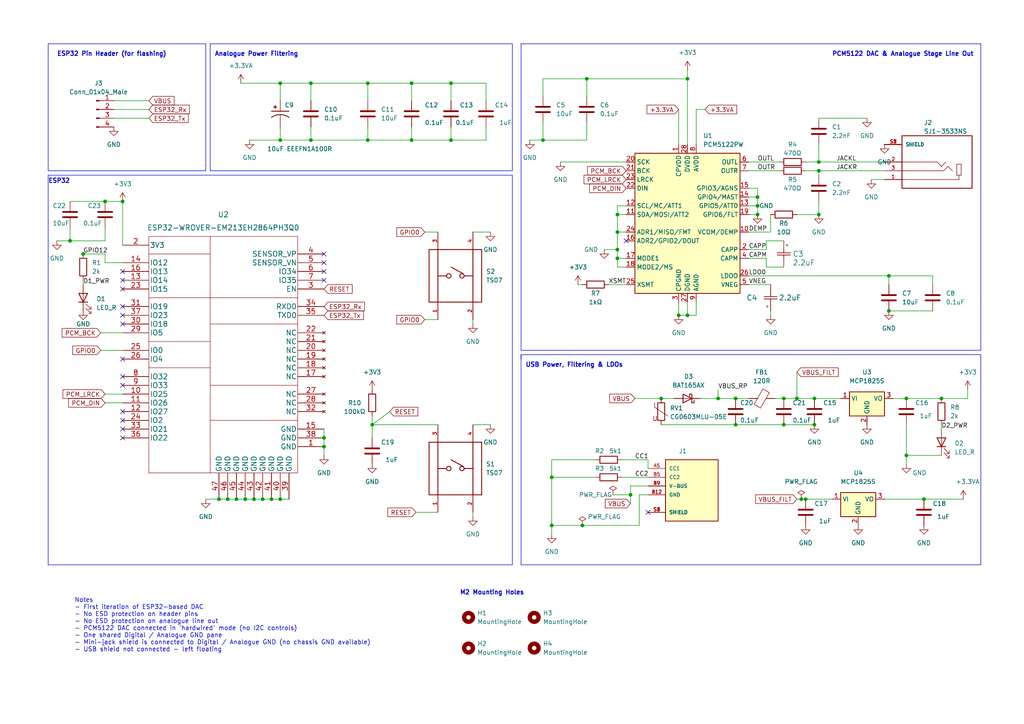
<source format=kicad_sch>
(kicad_sch (version 20211123) (generator eeschema)
  (paper "A4")
  (title_block (title "ESP32 Network DAC") (date "2022-11-20") (rev "0.1") (company "Pavlos P. Lab"))
  (lib_symbols
    (symbol "Audio:PCM5122PW"
      (property "Reference" "U" (at -13.97 21.59 0))
      (property "Value" "PCM5122PW" (at 10.16 21.59 0))
      (symbol "PCM5122PW_1_1"
        (pin power_in line (at -2.54 22.86 270) (length 2.54) (name "CPVDD") (number "1"))
        (pin bidirectional line (at 17.78 -2.54 180) (length 2.54) (name "VCOM/DEMP") (number "10"))
        (pin bidirectional line (at -17.78 2.54 0) (length 2.54) (name "SDA/MOSI/ATT2") (number "11"))
        (pin input line (at -17.78 5.08 0) (length 2.54) (name "SCL/MC/ATT1") (number "12"))
        (pin bidirectional line (at 17.78 5.08 180) (length 2.54) (name "GPIO5/ATT0") (number "13"))
        (pin bidirectional line (at 17.78 7.62 180) (length 2.54) (name "GPIO4/MAST") (number "14"))
        (pin bidirectional line (at 17.78 10.16 180) (length 2.54) (name "GPIO3/AGNS") (number "15"))
        (pin bidirectional line (at -17.78 -5.08 0) (length 2.54) (name "ADR2/GPIO2/DOUT") (number "16"))
        (pin input line (at -17.78 -10.16 0) (length 2.54) (name "MODE1") (number "17"))
        (pin input line (at -17.78 -12.7 0) (length 2.54) (name "MODE2/MS") (number "18"))
        (pin bidirectional line (at 17.78 2.54 180) (length 2.54) (name "GPIO6/FLT") (number "19"))
        (pin passive line (at 17.78 -7.62 180) (length 2.54) (name "CAPP") (number "2"))
        (pin input line (at -17.78 17.78 0) (length 2.54) (name "SCK") (number "20"))
        (pin bidirectional line (at -17.78 15.24 0) (length 2.54) (name "BCK") (number "21"))
        (pin input line (at -17.78 10.16 0) (length 2.54) (name "DIN") (number "22"))
        (pin bidirectional line (at -17.78 12.7 0) (length 2.54) (name "LRCK") (number "23"))
        (pin bidirectional line (at -17.78 -2.54 0) (length 2.54) (name "ADR1/MISO/FMT") (number "24"))
        (pin input line (at -17.78 -17.78 0) (length 2.54) (name "XSMT") (number "25"))
        (pin passive line (at 17.78 -15.24 180) (length 2.54) (name "LDOO") (number "26"))
        (pin power_in line (at 0 -22.86 90) (length 2.54) (name "DGND") (number "27"))
        (pin power_in line (at 0 22.86 270) (length 2.54) (name "DVDD") (number "28"))
        (pin power_in line (at -2.54 -22.86 90) (length 2.54) (name "CPGND") (number "3"))
        (pin passive line (at 17.78 -10.16 180) (length 2.54) (name "CAPM") (number "4"))
        (pin passive line (at 17.78 -17.78 180) (length 2.54) (name "VNEG") (number "5"))
        (pin output line (at 17.78 17.78 180) (length 2.54) (name "OUTL") (number "6"))
        (pin output line (at 17.78 15.24 180) (length 2.54) (name "OUTR") (number "7"))
        (pin power_in line (at 2.54 22.86 270) (length 2.54) (name "AVDD") (number "8"))
        (pin power_in line (at 2.54 -22.86 90) (length 2.54) (name "AGND") (number "9"))
      )
    )
    (symbol "Connector:Conn_01x04_Male" (pin_names (offset 1.016) hide)
      (property "Reference" "J" (at 0 5.08 0))
      (property "Value" "Conn_01x04_Male" (at 0 -7.62 0))
      (symbol "Conn_01x04_Male_1_1"
        (pin passive line (at 5.08 2.54 180) (length 3.81) (name "Pin_1") (number "1"))
        (pin passive line (at 5.08 0 180) (length 3.81) (name "Pin_2") (number "2"))
        (pin passive line (at 5.08 -2.54 180) (length 3.81) (name "Pin_3") (number "3"))
        (pin passive line (at 5.08 -5.08 180) (length 3.81) (name "Pin_4") (number "4"))
      )
    )
    (symbol "Device:C" (pin_numbers hide) (pin_names (offset 0.254))
      (property "Reference" "C" (at 0.635 2.54 0))
      (property "Value" "C" (at 0.635 -2.54 0))
      (symbol "C_1_1"
        (pin passive line (at 0 3.81 270) (length 2.794) (name "~") (number "1"))
        (pin passive line (at 0 -3.81 90) (length 2.794) (name "~") (number "2"))
      )
    )
    (symbol "Device:D_Schottky" (pin_numbers hide) (pin_names (offset 1.016) hide)
      (property "Reference" "D" (at 0 2.54 0))
      (property "Value" "D_Schottky" (at 0 -2.54 0))
      (symbol "D_Schottky_1_1"
        (pin passive line (at -3.81 0 0) (length 2.54) (name "K") (number "1"))
        (pin passive line (at 3.81 0 180) (length 2.54) (name "A") (number "2"))
      )
    )
    (symbol "Device:FerriteBead" (pin_numbers hide) (pin_names (offset 0))
      (property "Reference" "FB" (at -3.81 0.635 90))
      (property "Value" "FerriteBead" (at 3.81 0 90))
      (symbol "FerriteBead_1_1"
        (pin passive line (at 0 3.81 270) (length 2.54) (name "~") (number "1"))
        (pin passive line (at 0 -3.81 90) (length 2.54) (name "~") (number "2"))
      )
    )
    (symbol "Device:LED" (pin_numbers hide) (pin_names (offset 1.016) hide)
      (property "Reference" "D" (at 0 2.54 0))
      (property "Value" "LED" (at 0 -2.54 0))
      (symbol "LED_1_1"
        (pin passive line (at -3.81 0 0) (length 2.54) (name "K") (number "1"))
        (pin passive line (at 3.81 0 180) (length 2.54) (name "A") (number "2"))
      )
    )
    (symbol "Device:R" (pin_numbers hide) (pin_names (offset 0))
      (property "Reference" "R" (at 2.032 0 90))
      (property "Value" "R" (at 0 0 90))
      (symbol "R_1_1"
        (pin passive line (at 0 3.81 270) (length 1.27) (name "~") (number "1"))
        (pin passive line (at 0 -3.81 90) (length 1.27) (name "~") (number "2"))
      )
    )
    (symbol "Device:Varistor" (pin_numbers hide) (pin_names (offset 0))
      (property "Reference" "RV" (at 3.175 0 90))
      (property "Value" "Varistor" (at -3.175 0 90))
      (symbol "Varistor_0_0"
        (text "U" (at -1.778 -2.032 0) (effects (font (size 1.27 1.27))))
      )
      (symbol "Varistor_1_1"
        (pin passive line (at 0 3.81 270) (length 1.27) (name "~") (number "1"))
        (pin passive line (at 0 -3.81 90) (length 1.27) (name "~") (number "2"))
      )
    )
    (symbol "EEE-FN1A100R:EEEFN1A100R" (pin_numbers hide) (pin_names (offset 1.016) hide)
      (property "Reference" "C" (at -2.54 3.81 0))
      (property "Value" "EEEFN1A100R" (at -2.54 -5.08 0))
      (symbol "EEEFN1A100R_0_0"
        (pin passive line (at -2.54 0 0) (length 2.54) (name "~") (number "1"))
        (pin passive line (at 5.08 0 180) (length 2.54) (name "~") (number "2"))
      )
    )
    (symbol "Mechanical:MountingHole" (pin_names (offset 1.016))
      (property "Reference" "H" (at 0 5.08 0))
      (property "Value" "MountingHole" (at 0 3.175 0))
    )
    (symbol "Nichicon UUQ1H2R2MCL1GB:UUQ1H2R2MCL1GB" (pin_numbers hide) (pin_names (offset 1.651) hide)
      (property "Reference" "C3" (at 3.81 -1.7716 90))
      (property "Value" "2.2uF UUQ1H2R2MCL1GB" (at 3.81 -5.5816 90))
      (symbol "UUQ1H2R2MCL1GB_1_1"
        (pin passive line (at 0 0 0) (length 2.54) (name "1") (number "1"))
        (pin passive line (at 7.62 0 180) (length 2.54) (name "2") (number "2"))
      )
    )
    (symbol "Regulator_Linear:MCP1825S"
      (property "Reference" "U" (at -3.81 3.175 0))
      (property "Value" "MCP1825S" (at 0 3.175 0))
      (symbol "MCP1825S_1_1"
        (pin power_in line (at -7.62 0 0) (length 2.54) (name "VI") (number "1"))
        (pin power_in line (at 0 -7.62 90) (length 2.54) (name "GND") (number "2"))
        (pin power_out line (at 7.62 0 180) (length 2.54) (name "VO") (number "3"))
      )
    )
    (symbol "TS07-667-37-BK-260-SMT-TR:TS07-667-37-BK-260-SMT-TR" (pin_names (offset 1.016) hide)
      (property "Reference" "S" (at -7.62 8.382 0))
      (property "Value" "TS07-667-37-BK-260-SMT-TR" (at -7.62 -8.382 0))
      (symbol "TS07-667-37-BK-260-SMT-TR_0_0"
        (pin passive line (at -12.7 5.08 0) (length 5.08) (name "~") (number "1"))
        (pin passive line (at -12.7 -5.08 0) (length 5.08) (name "~") (number "2"))
        (pin passive line (at 12.7 5.08 180) (length 5.08) (name "~") (number "3"))
        (pin passive line (at 12.7 -5.08 180) (length 5.08) (name "~") (number "4"))
      )
    )
    (symbol "UJC-HP-3-SMT-TR:UJC-HP-3-SMT-TR" (pin_names (offset 1.016))
      (property "Reference" "J" (at -7.62 8.89 0))
      (property "Value" "UJC-HP-3-SMT-TR" (at -7.62 -11.43 0))
      (symbol "UJC-HP-3-SMT-TR_0_0"
        (pin power_in line (at -12.7 -2.54 0) (length 5.08) (name "GND") (number "A12"))
        (pin bidirectional line (at -12.7 5.08 0) (length 5.08) (name "CC1") (number "A5"))
        (pin power_in line (at -12.7 0 0) (length 5.08) (name "V-BUS") (number "A9"))
        (pin power_in line (at -12.7 -2.54 0) (length 5.08) (name "GND") (number "B12"))
        (pin bidirectional line (at -12.7 2.54 0) (length 5.08) (name "CC2") (number "B5"))
        (pin power_in line (at -12.7 0 0) (length 5.08) (name "V-BUS") (number "B9"))
        (pin passive line (at -12.7 -7.62 0) (length 5.08) (name "SHIELD") (number "S1"))
        (pin passive line (at -12.7 -7.62 0) (length 5.08) (name "SHIELD") (number "S2"))
        (pin passive line (at -12.7 -7.62 0) (length 5.08) (name "SHIELD") (number "S3"))
        (pin passive line (at -12.7 -7.62 0) (length 5.08) (name "SHIELD") (number "S4"))
      )
    )
    (symbol "UUQ1H2R2MCL1GB_1" (pin_numbers hide) (pin_names (offset 1.651) hide)
      (property "Reference" "C4" (at 3.81 -1.7716 90))
      (property "Value" "UUQ1H2R2MCL1GB_1" (at 1.27 -6.35 90))
      (symbol "UUQ1H2R2MCL1GB_1_1_1"
        (pin passive line (at 0 0 0) (length 2.54) (name "1") (number "1"))
        (pin passive line (at 7.62 0 180) (length 2.54) (name "2") (number "2"))
      )
    )
    (symbol "esp32-wrover-e:ESP32-WROVER-EM213EH2864PH3Q0" (pin_names (offset 0.254))
      (property "Reference" "U" (at 25.4 7.62 0))
      (property "Value" "ESP32-WROVER-EM213EH2864PH3Q0" (at 25.4 5.08 0))
      (symbol "ESP32-WROVER-EM213EH2864PH3Q0_1_1"
        (pin power_in line (at 58.42 -58.42 180) (length 7.62) (name "GND") (number "1"))
        (pin bidirectional line (at 0 -43.18 0) (length 7.62) (name "IO25") (number "10"))
        (pin bidirectional line (at 0 -45.72 0) (length 7.62) (name "IO26") (number "11"))
        (pin bidirectional line (at 0 -48.26 0) (length 7.62) (name "IO27") (number "12"))
        (pin bidirectional line (at 0 -10.16 0) (length 7.62) (name "IO14") (number "13"))
        (pin bidirectional line (at 0 -5.08 0) (length 7.62) (name "IO12") (number "14"))
        (pin power_in line (at 58.42 -53.34 180) (length 7.62) (name "GND") (number "15"))
        (pin bidirectional line (at 0 -7.62 0) (length 7.62) (name "IO13") (number "16"))
        (pin no_connect line (at 58.42 -38.1 180) (length 7.62) (name "NC") (number "17"))
        (pin no_connect line (at 58.42 -35.56 180) (length 7.62) (name "NC") (number "18"))
        (pin no_connect line (at 58.42 -33.02 180) (length 7.62) (name "NC") (number "19"))
        (pin power_in line (at 0 0 0) (length 7.62) (name "3V3") (number "2"))
        (pin no_connect line (at 58.42 -30.48 180) (length 7.62) (name "NC") (number "20"))
        (pin no_connect line (at 58.42 -27.94 180) (length 7.62) (name "NC") (number "21"))
        (pin no_connect line (at 58.42 -25.4 180) (length 7.62) (name "NC") (number "22"))
        (pin unspecified line (at 0 -12.7 0) (length 7.62) (name "IO15") (number "23"))
        (pin bidirectional line (at 0 -50.8 0) (length 7.62) (name "IO2") (number "24"))
        (pin bidirectional line (at 0 -30.48 0) (length 7.62) (name "IO0") (number "25"))
        (pin bidirectional line (at 0 -33.02 0) (length 7.62) (name "IO4") (number "26"))
        (pin no_connect line (at 58.42 -43.18 180) (length 7.62) (name "NC") (number "27"))
        (pin no_connect line (at 58.42 -45.72 180) (length 7.62) (name "NC") (number "28"))
        (pin bidirectional line (at 0 -25.4 0) (length 7.62) (name "IO5") (number "29"))
        (pin input line (at 58.42 -12.7 180) (length 7.62) (name "EN") (number "3"))
        (pin bidirectional line (at 0 -22.86 0) (length 7.62) (name "IO18") (number "30"))
        (pin bidirectional line (at 0 -17.78 0) (length 7.62) (name "IO19") (number "31"))
        (pin no_connect line (at 58.42 -48.26 180) (length 7.62) (name "NC") (number "32"))
        (pin bidirectional line (at 0 -53.34 0) (length 7.62) (name "IO21") (number "33"))
        (pin bidirectional line (at 58.42 -17.78 180) (length 7.62) (name "RXD0") (number "34"))
        (pin bidirectional line (at 58.42 -20.32 180) (length 7.62) (name "TXD0") (number "35"))
        (pin bidirectional line (at 0 -55.88 0) (length 7.62) (name "IO22") (number "36"))
        (pin bidirectional line (at 0 -20.32 0) (length 7.62) (name "IO23") (number "37"))
        (pin power_in line (at 58.42 -55.88 180) (length 7.62) (name "GND") (number "38"))
        (pin power_in line (at 48.26 -73.66 90) (length 7.62) (name "GND") (number "39"))
        (pin input line (at 58.42 -2.54 180) (length 7.62) (name "SENSOR_VP") (number "4"))
        (pin power_in line (at 45.72 -73.66 90) (length 7.62) (name "GND") (number "40"))
        (pin power_in line (at 43.18 -73.66 90) (length 7.62) (name "GND") (number "41"))
        (pin power_in line (at 40.64 -73.66 90) (length 7.62) (name "GND") (number "42"))
        (pin power_in line (at 38.1 -73.66 90) (length 7.62) (name "GND") (number "43"))
        (pin power_in line (at 35.56 -73.66 90) (length 7.62) (name "GND") (number "44"))
        (pin power_in line (at 33.02 -73.66 90) (length 7.62) (name "GND") (number "45"))
        (pin power_in line (at 30.48 -73.66 90) (length 7.62) (name "GND") (number "46"))
        (pin power_in line (at 27.94 -73.66 90) (length 7.62) (name "GND") (number "47"))
        (pin input line (at 58.42 -5.08 180) (length 7.62) (name "SENSOR_VN") (number "5"))
        (pin input line (at 58.42 -7.62 180) (length 7.62) (name "IO34") (number "6"))
        (pin input line (at 58.42 -10.16 180) (length 7.62) (name "IO35") (number "7"))
        (pin bidirectional line (at 0 -38.1 0) (length 7.62) (name "IO32") (number "8"))
        (pin bidirectional line (at 0 -40.64 0) (length 7.62) (name "IO33") (number "9"))
      )
    )
    (symbol "power:+3.3VA" (power) (pin_names (offset 0))
      (property "Value" "+3.3VA" (at 0 3.556 0))
      (symbol "+3.3VA_1_1"
        (pin power_in line (at 0 0 90) (length 0) hide (name "+3.3VA") (number "1"))
      )
    )
    (symbol "power:+3V3" (power) (pin_names (offset 0))
      (property "Value" "+3V3" (at 0 3.556 0))
      (symbol "+3V3_1_1"
        (pin power_in line (at 0 0 90) (length 0) hide (name "+3V3") (number "1"))
      )
    )
    (symbol "power:GND" (power) (pin_names (offset 0))
      (property "Value" "GND" (at 0 -3.81 0))
      (symbol "GND_1_1"
        (pin power_in line (at 0 0 270) (length 0) hide (name "GND") (number "1"))
      )
    )
    (symbol "power:PWR_FLAG" (power) (pin_numbers hide) (pin_names (offset 0) hide)
      (property "Value" "PWR_FLAG" (at 0 3.81 0))
      (symbol "PWR_FLAG_0_0"
        (pin power_out line (at 0 0 90) (length 0) (name "pwr") (number "1"))
      )
    )
    (symbol "project:SJ1-3533NS" (pin_names (offset 1.016))
      (property "Reference" "J" (at -10.16 10.16 0))
      (property "Value" "SJ1-3533NS" (at -10.16 -12.7 0))
      (symbol "SJ1-3533NS_0_0"
        (pin passive line (at 15.24 5.08 180) (length 5.08) (name "~") (number "1"))
        (pin passive line (at 15.24 0 180) (length 5.08) (name "~") (number "2"))
        (pin passive line (at 15.24 2.54 180) (length 5.08) (name "~") (number "3"))
        (pin passive line (at 15.24 -5.08 180) (length 5.08) (name "SHIELD") (number "S1"))
        (pin passive line (at 15.24 -5.08 180) (length 5.08) (name "SHIELD") (number "S2"))
        (pin passive line (at 15.24 -5.08 180) (length 5.08) (name "SHIELD") (number "S3"))
      )
    )
  )
  (junction (at 106.68 24.13))
  (junction (at 73.66 144.78))
  (junction (at 78.74 144.78))
  (junction (at 191.77 115.57))
  (junction (at 81.28 144.78))
  (junction (at 119.38 40.64))
  (junction (at 219.71 59.69))
  (junction (at 90.17 40.64))
  (junction (at 66.04 144.78))
  (junction (at 93.98 129.54))
  (junction (at 219.71 57.15))
  (junction (at 179.07 72.39))
  (junction (at 160.02 138.43))
  (junction (at 237.49 46.99))
  (junction (at 273.05 115.57))
  (junction (at 130.81 40.64))
  (junction (at 63.5 144.78))
  (junction (at 93.98 127))
  (junction (at 213.36 115.57))
  (junction (at 35.56 58.42))
  (junction (at 199.39 22.86))
  (junction (at 199.39 91.44))
  (junction (at 182.88 143.51))
  (junction (at 237.49 49.53))
  (junction (at 231.14 115.57))
  (junction (at 233.68 144.78))
  (junction (at 90.17 24.13))
  (junction (at 157.48 40.64))
  (junction (at 257.81 90.17))
  (junction (at 219.71 62.23))
  (junction (at 107.95 123.19))
  (junction (at 232.41 144.78))
  (junction (at 262.89 115.57))
  (junction (at 24.13 73.66))
  (junction (at 179.07 74.93))
  (junction (at 68.58 144.78))
  (junction (at 227.33 123.19))
  (junction (at 179.07 67.31))
  (junction (at 208.28 115.57))
  (junction (at 106.68 40.64))
  (junction (at 119.38 24.13))
  (junction (at 213.36 123.19))
  (junction (at 236.22 123.19))
  (junction (at 179.07 62.23))
  (junction (at 237.49 62.23))
  (junction (at 30.48 58.42))
  (junction (at 267.97 144.78))
  (junction (at 81.28 40.64))
  (junction (at 257.81 80.01))
  (junction (at 160.02 152.4))
  (junction (at 168.91 152.4))
  (junction (at 170.18 22.86))
  (junction (at 76.2 144.78))
  (junction (at 196.85 91.44))
  (junction (at 71.12 144.78))
  (junction (at 81.28 24.13))
  (junction (at 262.89 132.08))
  (junction (at 20.32 69.85))
  (junction (at 130.81 24.13))
  (junction (at 236.22 115.57))
  (junction (at 227.33 115.57))
  (no_connect (at 35.56 121.92))
  (no_connect (at 35.56 124.46))
  (no_connect (at 35.56 127))
  (no_connect (at 93.98 73.66))
  (no_connect (at 93.98 81.28))
  (no_connect (at 93.98 78.74))
  (no_connect (at 93.98 76.2))
  (no_connect (at 35.56 88.9))
  (no_connect (at 35.56 91.44))
  (no_connect (at 35.56 78.74))
  (no_connect (at 35.56 81.28))
  (no_connect (at 35.56 83.82))
  (no_connect (at 35.56 93.98))
  (no_connect (at 35.56 104.14))
  (no_connect (at 35.56 109.22))
  (no_connect (at 35.56 111.76))
  (no_connect (at 35.56 119.38))
  (no_connect (at 181.61 69.85))
  (no_connect (at 187.96 148.59))
  (polyline (pts (xy 60.96 12.7) (xy 60.96 49.53)) (stroke (width 0) (type solid)))
  (wire (pts (xy 81.28 24.13) (xy 81.28 29.21)))
  (wire (pts (xy 73.66 144.78) (xy 76.2 144.78)))
  (wire (pts (xy 191.77 123.19) (xy 213.36 123.19)))
  (wire (pts (xy 170.18 40.64) (xy 170.18 35.56)))
  (wire (pts (xy 191.77 115.57) (xy 195.58 115.57)))
  (wire (pts (xy 29.21 96.52) (xy 35.56 96.52)))
  (wire (pts (xy 20.32 69.85) (xy 16.51 69.85)))
  (wire (pts (xy 262.89 132.08) (xy 262.89 134.62)))
  (wire (pts (xy 231.14 144.78) (xy 232.41 144.78)))
  (wire (pts (xy 237.49 58.42) (xy 237.49 62.23)))
  (wire (pts (xy 160.02 152.4) (xy 160.02 154.94)))
  (wire (pts (xy 217.17 72.39) (xy 222.25 72.39)))
  (wire (pts (xy 30.48 114.3) (xy 35.56 114.3)))
  (wire (pts (xy 182.88 140.97) (xy 187.96 140.97)))
  (wire (pts (xy 106.68 40.64) (xy 106.68 36.83)))
  (polyline (pts (xy 13.97 163.83) (xy 148.59 163.83)) (stroke (width 0) (type solid)))
  (wire (pts (xy 179.07 72.39) (xy 179.07 74.93)))
  (wire (pts (xy 219.71 54.61) (xy 219.71 57.15)))
  (wire (pts (xy 257.81 90.17) (xy 270.51 90.17)))
  (wire (pts (xy 93.98 129.54) (xy 93.98 132.08)))
  (wire (pts (xy 259.08 115.57) (xy 262.89 115.57)))
  (wire (pts (xy 224.79 115.57) (xy 227.33 115.57)))
  (wire (pts (xy 30.48 58.42) (xy 35.56 58.42)))
  (wire (pts (xy 172.72 133.35) (xy 160.02 133.35)))
  (wire (pts (xy 201.93 87.63) (xy 201.93 91.44)))
  (wire (pts (xy 233.68 144.78) (xy 241.3 144.78)))
  (wire (pts (xy 93.98 124.46) (xy 93.98 127)))
  (wire (pts (xy 33.02 34.29) (xy 43.18 34.29)))
  (wire (pts (xy 267.97 144.78) (xy 279.4 144.78)))
  (wire (pts (xy 217.17 67.31) (xy 223.52 67.31)))
  (polyline (pts (xy 148.59 50.8) (xy 13.97 50.8)) (stroke (width 0) (type solid)))
  (wire (pts (xy 237.49 34.29) (xy 251.46 34.29)))
  (wire (pts (xy 167.64 82.55) (xy 168.91 82.55)))
  (wire (pts (xy 201.93 41.91) (xy 201.93 31.75)))
  (wire (pts (xy 90.17 24.13) (xy 90.17 29.21)))
  (wire (pts (xy 107.95 120.65) (xy 107.95 123.19)))
  (wire (pts (xy 179.07 67.31) (xy 181.61 67.31)))
  (wire (pts (xy 252.73 52.07) (xy 256.54 52.07)))
  (wire (pts (xy 217.17 82.55) (xy 223.52 82.55)))
  (wire (pts (xy 217.17 62.23) (xy 219.71 62.23)))
  (wire (pts (xy 137.16 92.71) (xy 137.16 93.98)))
  (wire (pts (xy 106.68 40.64) (xy 119.38 40.64)))
  (wire (pts (xy 187.96 135.89) (xy 187.96 133.35)))
  (wire (pts (xy 140.97 40.64) (xy 140.97 36.83)))
  (polyline (pts (xy 284.48 102.87) (xy 151.13 102.87)) (stroke (width 0) (type solid)))
  (wire (pts (xy 237.49 46.99) (xy 237.49 41.91)))
  (wire (pts (xy 236.22 115.57) (xy 243.84 115.57)))
  (polyline (pts (xy 284.48 12.7) (xy 284.48 101.6)) (stroke (width 0) (type solid)))
  (wire (pts (xy 232.41 144.78) (xy 233.68 144.78)))
  (wire (pts (xy 179.07 77.47) (xy 181.61 77.47)))
  (wire (pts (xy 93.98 127) (xy 93.98 129.54)))
  (wire (pts (xy 223.52 91.44) (xy 223.52 90.17)))
  (wire (pts (xy 222.25 74.93) (xy 222.25 77.47)))
  (wire (pts (xy 20.32 69.85) (xy 30.48 69.85)))
  (wire (pts (xy 199.39 87.63) (xy 199.39 91.44)))
  (polyline (pts (xy 284.48 163.83) (xy 284.48 102.87)) (stroke (width 0) (type solid)))
  (wire (pts (xy 107.95 123.19) (xy 113.03 119.38)))
  (wire (pts (xy 168.91 152.4) (xy 160.02 152.4)))
  (wire (pts (xy 179.07 67.31) (xy 179.07 62.23)))
  (wire (pts (xy 196.85 91.44) (xy 199.39 91.44)))
  (wire (pts (xy 217.17 57.15) (xy 219.71 57.15)))
  (wire (pts (xy 90.17 24.13) (xy 81.28 24.13)))
  (polyline (pts (xy 151.13 102.87) (xy 151.13 104.14)))
  (wire (pts (xy 30.48 116.84) (xy 35.56 116.84)))
  (polyline (pts (xy 148.59 163.83) (xy 148.59 50.8)) (stroke (width 0) (type solid)))
  (polyline (pts (xy 317.5 100.33) (xy 317.5 101.6)))
  (wire (pts (xy 30.48 76.2) (xy 30.48 73.66)))
  (wire (pts (xy 219.71 57.15) (xy 219.71 59.69)))
  (wire (pts (xy 63.5 144.78) (xy 66.04 144.78)))
  (wire (pts (xy 257.81 80.01) (xy 257.81 82.55)))
  (wire (pts (xy 179.07 62.23) (xy 181.61 62.23)))
  (wire (pts (xy 256.54 144.78) (xy 267.97 144.78)))
  (wire (pts (xy 170.18 22.86) (xy 170.18 27.94)))
  (wire (pts (xy 78.74 144.78) (xy 81.28 144.78)))
  (polyline (pts (xy 60.96 49.53) (xy 148.59 49.53)) (stroke (width 0) (type solid)))
  (wire (pts (xy 81.28 40.64) (xy 90.17 40.64)))
  (polyline (pts (xy 151.13 163.83) (xy 284.48 163.83)) (stroke (width 0) (type solid)))
  (wire (pts (xy 231.14 62.23) (xy 237.49 62.23)))
  (wire (pts (xy 137.16 67.31) (xy 142.24 67.31)))
  (wire (pts (xy 69.85 24.13) (xy 81.28 24.13)))
  (wire (pts (xy 137.16 148.59) (xy 137.16 149.86)))
  (wire (pts (xy 72.39 40.64) (xy 81.28 40.64)))
  (wire (pts (xy 20.32 66.04) (xy 20.32 69.85)))
  (wire (pts (xy 270.51 80.01) (xy 257.81 80.01)))
  (polyline (pts (xy 59.69 12.7) (xy 59.69 49.53)) (stroke (width 0) (type solid)))
  (wire (pts (xy 222.25 77.47) (xy 227.33 77.47)))
  (wire (pts (xy 107.95 123.19) (xy 107.95 127)))
  (wire (pts (xy 81.28 40.64) (xy 81.28 36.83)))
  (polyline (pts (xy 284.48 101.6) (xy 151.13 101.6)) (stroke (width 0) (type solid)))
  (wire (pts (xy 180.34 138.43) (xy 187.96 138.43)))
  (polyline (pts (xy 148.59 49.53) (xy 148.59 12.7)) (stroke (width 0) (type solid)))
  (wire (pts (xy 29.21 101.6) (xy 35.56 101.6)))
  (wire (pts (xy 35.56 58.42) (xy 35.56 71.12)))
  (wire (pts (xy 222.25 72.39) (xy 222.25 69.85)))
  (polyline (pts (xy 13.97 50.8) (xy 13.97 163.83)) (stroke (width 0) (type solid)))
  (wire (pts (xy 199.39 41.91) (xy 199.39 22.86)))
  (wire (pts (xy 237.49 46.99) (xy 256.54 46.99)))
  (wire (pts (xy 130.81 24.13) (xy 130.81 29.21)))
  (wire (pts (xy 187.96 133.35) (xy 180.34 133.35)))
  (wire (pts (xy 196.85 87.63) (xy 196.85 91.44)))
  (wire (pts (xy 262.89 115.57) (xy 273.05 115.57)))
  (wire (pts (xy 185.42 152.4) (xy 168.91 152.4)))
  (wire (pts (xy 182.88 140.97) (xy 182.88 143.51)))
  (wire (pts (xy 217.17 46.99) (xy 226.06 46.99)))
  (polyline (pts (xy 148.59 12.7) (xy 60.96 12.7)) (stroke (width 0) (type solid)))
  (wire (pts (xy 181.61 59.69) (xy 179.07 59.69)))
  (wire (pts (xy 182.88 143.51) (xy 182.88 146.05)))
  (wire (pts (xy 217.17 59.69) (xy 219.71 59.69)))
  (wire (pts (xy 262.89 123.19) (xy 262.89 132.08)))
  (wire (pts (xy 179.07 67.31) (xy 179.07 72.39)))
  (wire (pts (xy 81.28 144.78) (xy 83.82 144.78)))
  (wire (pts (xy 199.39 20.32) (xy 199.39 22.86)))
  (wire (pts (xy 231.14 107.95) (xy 231.14 115.57)))
  (wire (pts (xy 179.07 74.93) (xy 181.61 74.93)))
  (wire (pts (xy 30.48 66.04) (xy 30.48 69.85)))
  (wire (pts (xy 233.68 46.99) (xy 237.49 46.99)))
  (wire (pts (xy 30.48 73.66) (xy 24.13 73.66)))
  (wire (pts (xy 130.81 40.64) (xy 130.81 36.83)))
  (wire (pts (xy 201.93 31.75) (xy 204.47 31.75)))
  (wire (pts (xy 71.12 144.78) (xy 73.66 144.78)))
  (wire (pts (xy 59.69 144.78) (xy 63.5 144.78)))
  (wire (pts (xy 213.36 115.57) (xy 217.17 115.57)))
  (wire (pts (xy 157.48 22.86) (xy 157.48 27.94)))
  (wire (pts (xy 184.15 115.57) (xy 191.77 115.57)))
  (wire (pts (xy 175.26 72.39) (xy 179.07 72.39)))
  (wire (pts (xy 217.17 54.61) (xy 219.71 54.61)))
  (wire (pts (xy 222.25 69.85) (xy 227.33 69.85)))
  (wire (pts (xy 130.81 24.13) (xy 119.38 24.13)))
  (wire (pts (xy 157.48 40.64) (xy 170.18 40.64)))
  (wire (pts (xy 217.17 80.01) (xy 257.81 80.01)))
  (wire (pts (xy 119.38 24.13) (xy 106.68 24.13)))
  (wire (pts (xy 179.07 74.93) (xy 179.07 77.47)))
  (wire (pts (xy 66.04 144.78) (xy 68.58 144.78)))
  (wire (pts (xy 160.02 133.35) (xy 160.02 138.43)))
  (wire (pts (xy 123.19 67.31) (xy 127 67.31)))
  (wire (pts (xy 162.56 46.99) (xy 181.61 46.99)))
  (wire (pts (xy 217.17 74.93) (xy 222.25 74.93)))
  (wire (pts (xy 68.58 144.78) (xy 71.12 144.78)))
  (wire (pts (xy 270.51 82.55) (xy 270.51 80.01)))
  (wire (pts (xy 219.71 59.69) (xy 219.71 62.23)))
  (wire (pts (xy 187.96 143.51) (xy 185.42 143.51)))
  (wire (pts (xy 208.28 113.03) (xy 208.28 115.57)))
  (polyline (pts (xy 151.13 12.7) (xy 284.48 12.7)) (stroke (width 0) (type solid)))
  (wire (pts (xy 170.18 22.86) (xy 199.39 22.86)))
  (wire (pts (xy 223.52 67.31) (xy 223.52 62.23)))
  (wire (pts (xy 170.18 22.86) (xy 157.48 22.86)))
  (wire (pts (xy 33.02 31.75) (xy 43.18 31.75)))
  (wire (pts (xy 262.89 132.08) (xy 273.05 132.08)))
  (polyline (pts (xy 151.13 101.6) (xy 151.13 12.7)) (stroke (width 0) (type solid)))
  (wire (pts (xy 106.68 29.21) (xy 106.68 24.13)))
  (polyline (pts (xy 13.97 49.53) (xy 13.97 12.7)) (stroke (width 0) (type solid)))
  (wire (pts (xy 119.38 29.21) (xy 119.38 24.13)))
  (wire (pts (xy 185.42 143.51) (xy 185.42 152.4)))
  (wire (pts (xy 217.17 49.53) (xy 226.06 49.53)))
  (wire (pts (xy 107.95 123.19) (xy 127 123.19)))
  (wire (pts (xy 90.17 40.64) (xy 106.68 40.64)))
  (wire (pts (xy 237.49 49.53) (xy 256.54 49.53)))
  (wire (pts (xy 130.81 40.64) (xy 140.97 40.64)))
  (wire (pts (xy 20.32 58.42) (xy 30.48 58.42)))
  (wire (pts (xy 137.16 123.19) (xy 142.24 123.19)))
  (wire (pts (xy 119.38 40.64) (xy 130.81 40.64)))
  (wire (pts (xy 213.36 123.19) (xy 227.33 123.19)))
  (polyline (pts (xy 59.69 49.53) (xy 13.97 49.53)) (stroke (width 0) (type solid)))
  (wire (pts (xy 237.49 49.53) (xy 237.49 50.8)))
  (wire (pts (xy 90.17 24.13) (xy 106.68 24.13)))
  (wire (pts (xy 273.05 115.57) (xy 280.67 115.57)))
  (wire (pts (xy 24.13 74.93) (xy 24.13 73.66)))
  (wire (pts (xy 160.02 138.43) (xy 160.02 152.4)))
  (wire (pts (xy 208.28 115.57) (xy 213.36 115.57)))
  (wire (pts (xy 273.05 124.46) (xy 273.05 123.19)))
  (wire (pts (xy 153.67 40.64) (xy 157.48 40.64)))
  (wire (pts (xy 76.2 144.78) (xy 78.74 144.78)))
  (wire (pts (xy 90.17 40.64) (xy 90.17 36.83)))
  (polyline (pts (xy 151.13 102.87) (xy 151.13 163.83)) (stroke (width 0) (type solid)))
  (wire (pts (xy 177.8 143.51) (xy 182.88 143.51)))
  (wire (pts (xy 172.72 138.43) (xy 160.02 138.43)))
  (wire (pts (xy 233.68 49.53) (xy 237.49 49.53)))
  (wire (pts (xy 35.56 76.2) (xy 30.48 76.2)))
  (wire (pts (xy 196.85 41.91) (xy 196.85 31.75)))
  (wire (pts (xy 203.2 115.57) (xy 208.28 115.57)))
  (wire (pts (xy 157.48 40.64) (xy 157.48 35.56)))
  (wire (pts (xy 33.02 29.21) (xy 43.18 29.21)))
  (wire (pts (xy 123.19 92.71) (xy 127 92.71)))
  (wire (pts (xy 231.14 115.57) (xy 236.22 115.57)))
  (wire (pts (xy 227.33 115.57) (xy 231.14 115.57)))
  (wire (pts (xy 179.07 59.69) (xy 179.07 62.23)))
  (wire (pts (xy 280.67 113.03) (xy 280.67 115.57)))
  (wire (pts (xy 120.65 148.59) (xy 127 148.59)))
  (wire (pts (xy 119.38 40.64) (xy 119.38 36.83)))
  (wire (pts (xy 24.13 82.55) (xy 24.13 81.28)))
  (wire (pts (xy 130.81 24.13) (xy 140.97 24.13)))
  (wire (pts (xy 227.33 123.19) (xy 236.22 123.19)))
  (polyline (pts (xy 13.97 12.7) (xy 59.69 12.7)) (stroke (width 0) (type solid)))
  (wire (pts (xy 140.97 29.21) (xy 140.97 24.13)))
  (wire (pts (xy 176.53 82.55) (xy 181.61 82.55)))
  (wire (pts (xy 199.39 91.44) (xy 201.93 91.44)))
  (text "ESP32 Pin Header (for flashing)" (at 16.51 16.51 0) (effects (font (size 1.27 1.27) (thickness 0.254) bold) (justify left bottom)))
  (text "M2 Mounting Holes" (at 133.35 172.72 0) (effects (font (size 1.27 1.27) (thickness 0.254) bold) (justify left bottom)))
  (text "Notes\n- First iteration of ESP32-based DAC\n- No ESD protection on header pins\n- No ESD protection on analogue line out\n- PCM5122 DAC connected in 'hardwired' mode (no I2C controls)\n- One shared Digital / Analogue GND pane\n- Mini-jack shield is connected to Digital / Analogue GND (no chassis GND available)\n- USB shield not connected - left floating" (at 21.59 189.23 0) (effects (font (size 1.27 1.27)) (justify left bottom)))
  (text "USB Power, Filtering & LDOs" (at 152.4 106.68 0) (effects (font (size 1.27 1.27) (thickness 0.254) bold) (justify left bottom)))
  (text "Analogue Power Filtering" (at 62.23 16.51 0) (effects (font (size 1.27 1.27) (thickness 0.254) bold) (justify left bottom)))
  (text "PCM5122 DAC & Analogue Stage Line Out" (at 241.3 16.51 0) (effects (font (size 1.27 1.27) (thickness 0.254) bold) (justify left bottom)))
  (text "ESP32" (at 13.97 53.34 0) (effects (font (size 1.27 1.27) (thickness 0.254) bold) (justify left bottom)))
  (label "CAPP" (at 217.17 72.39 0))
  (label "GPIO12" (at 24.13 73.66 0))
  (label "CC2" (at 184.15 138.43 0))
  (label "CC1" (at 184.15 133.35 0))
  (label "VBUS_RP" (at 208.28 113.03 0))
  (label "OUTL" (at 219.71 46.99 0))
  (label "JACKL" (at 242.57 46.99 0))
  (label "D2_PWR" (at 273.05 124.46 0))
  (label "DEMP" (at 217.17 67.31 0))
  (label "JACKR" (at 242.57 49.53 0))
  (label "OUTR" (at 219.71 49.53 0))
  (label "VNEG" (at 217.17 82.55 0))
  (label "D1_PWR" (at 24.13 82.55 0))
  (label "CAPM" (at 217.17 74.93 0))
  (label "XSMT" (at 176.53 82.55 0))
  (label "LDO0" (at 217.17 80.01 0))
  (global_label "PCM_LRCK" (shape input) (at 30.48 114.3 180) (property "Intersheet References" "${INTERSHEET_REFS}" (effects hide)))
  (global_label "VBUS" (shape input) (at 43.18 29.21 0) (property "Intersheet References" "${INTERSHEET_REFS}" (effects hide)))
  (global_label "PCM_BCK" (shape input) (at 29.21 96.52 180) (property "Intersheet References" "${INTERSHEET_REFS}" (effects hide)))
  (global_label "VBUS" (shape input) (at 184.15 115.57 180) (property "Intersheet References" "${INTERSHEET_REFS}" (effects hide)))
  (global_label "GPIO0" (shape input) (at 123.19 67.31 180) (property "Intersheet References" "${INTERSHEET_REFS}" (effects hide)))
  (global_label "ESP32_Tx" (shape input) (at 93.98 91.44 0) (property "Intersheet References" "${INTERSHEET_REFS}" (effects hide)))
  (global_label "GPIO0" (shape input) (at 29.21 101.6 180) (property "Intersheet References" "${INTERSHEET_REFS}" (effects hide)))
  (global_label "RESET" (shape input) (at 93.98 83.82 0) (property "Intersheet References" "${INTERSHEET_REFS}" (effects hide)))
  (global_label "VBUS_FILT" (shape input) (at 231.14 144.78 180) (property "Intersheet References" "${INTERSHEET_REFS}" (effects hide)))
  (global_label "+3.3VA" (shape input) (at 196.85 31.75 180) (property "Intersheet References" "${INTERSHEET_REFS}" (effects hide)))
  (global_label "VBUS" (shape input) (at 182.88 146.05 180) (property "Intersheet References" "${INTERSHEET_REFS}" (effects hide)))
  (global_label "RESET" (shape input) (at 120.65 148.59 180) (property "Intersheet References" "${INTERSHEET_REFS}" (effects hide)))
  (global_label "PCM_DIN" (shape input) (at 181.61 54.61 180) (property "Intersheet References" "${INTERSHEET_REFS}" (effects hide)))
  (global_label "RESET" (shape input) (at 113.03 119.38 0) (property "Intersheet References" "${INTERSHEET_REFS}" (effects hide)))
  (global_label "ESP32_Tx" (shape input) (at 43.18 34.29 0) (property "Intersheet References" "${INTERSHEET_REFS}" (effects hide)))
  (global_label "ESP32_Rx" (shape input) (at 43.18 31.75 0) (property "Intersheet References" "${INTERSHEET_REFS}" (effects hide)))
  (global_label "+3.3VA" (shape input) (at 204.47 31.75 0) (property "Intersheet References" "${INTERSHEET_REFS}" (effects hide)))
  (global_label "VBUS_FILT" (shape input) (at 231.14 107.95 0) (property "Intersheet References" "${INTERSHEET_REFS}" (effects hide)))
  (global_label "ESP32_Rx" (shape input) (at 93.98 88.9 0) (property "Intersheet References" "${INTERSHEET_REFS}" (effects hide)))
  (global_label "PCM_LRCK" (shape input) (at 181.61 52.07 180) (property "Intersheet References" "${INTERSHEET_REFS}" (effects hide)))
  (global_label "PCM_BCK" (shape input) (at 181.61 49.53 180) (property "Intersheet References" "${INTERSHEET_REFS}" (effects hide)))
  (global_label "GPIO0" (shape input) (at 123.19 92.71 180) (property "Intersheet References" "${INTERSHEET_REFS}" (effects hide)))
  (global_label "PCM_DIN" (shape input) (at 30.48 116.84 180) (property "Intersheet References" "${INTERSHEET_REFS}" (effects hide)))
  (symbol (lib_id "power:GND") (at 236.22 123.19 0) (unit 1)
    (property "Reference" "#PWR0106" (effects hide))
    (property "Value" "GND" (at 236.22 128.27 0))
  )
  (symbol (lib_id "power:GND") (at 251.46 34.29 0) (unit 1)
    (property "Reference" "#PWR0122" (effects hide))
    (property "Value" "GND" (at 251.46 39.37 0))
  )
  (symbol (lib_id "power:GND") (at 267.97 152.4 0) (unit 1)
    (property "Reference" "#PWR0103" (effects hide))
    (property "Value" "GND" (at 267.97 157.48 0))
  )
  (symbol (lib_id "Device:C") (at 90.17 33.02 0) (unit 1)
    (property "Reference" "C10" (at 93.98 31.7499 0) (effects (justify left)))
    (property "Value" "0.1uF" (at 93.98 34.2899 0) (effects (justify left)))
    (property "Footprint" "Capacitor_SMD:C_0805_2012Metric" (effects hide))
  )
  (symbol (lib_id "Device:C") (at 157.48 31.75 0) (unit 1)
    (property "Reference" "C5" (at 161.29 30.4799 0) (effects (justify left)))
    (property "Value" "10uF" (at 161.29 33.0199 0) (effects (justify left)))
    (property "Footprint" "Capacitor_SMD:C_1206_3216Metric" (effects hide))
  )
  (symbol (lib_id "Device:R") (at 273.05 119.38 0) (unit 1)
    (property "Reference" "R8" (at 275.59 118.1099 0) (effects (justify left)))
    (property "Value" "2k" (at 275.59 120.6499 0) (effects (justify left)))
    (property "Footprint" "Resistor_SMD:R_0603_1608Metric" (effects hide))
  )
  (symbol (lib_id "power:GND") (at 24.13 90.17 0) (unit 1)
    (property "Reference" "#PWR0129" (effects hide))
    (property "Value" "GND" (at 24.13 93.98 0))
  )
  (symbol (lib_id "Regulator_Linear:MCP1825S") (at 251.46 115.57 0) (unit 1)
    (property "Reference" "U3" (at 251.46 107.95 0))
    (property "Value" "MCP1825S" (at 251.46 110.49 0))
    (property "Footprint" "Package_TO_SOT_SMD:SOT-223-3_TabPin2" (effects hide))
    (property "Datasheet" "http://ww1.microchip.com/downloads/en/devicedoc/22056b.pdf" (effects hide))
  )
  (symbol (lib_id "Device:C") (at 107.95 130.81 0) (unit 1)
    (property "Reference" "C19" (at 110.49 128.27 0) (effects (justify left)))
    (property "Value" "1uF" (at 111.76 133.35 0) (effects (justify left)))
    (property "Footprint" "Capacitor_SMD:C_0603_1608Metric" (effects hide))
  )
  (symbol (lib_id "Device:R") (at 176.53 133.35 90) (unit 1)
    (property "Reference" "R2" (at 175.2599 130.81 90) (effects (justify left)))
    (property "Value" "5k1" (at 180.34 130.81 90) (effects (justify left)))
    (property "Footprint" "Resistor_SMD:R_0603_1608Metric" (effects hide))
  )
  (symbol (lib_id "Device:FerriteBead") (at 220.98 115.57 90) (unit 1)
    (property "Reference" "FB1" (at 220.9292 107.95 90))
    (property "Value" "120R" (at 220.9292 110.49 90))
    (property "Footprint" "Resistor_SMD:R_0603_1608Metric" (effects hide))
  )
  (symbol (lib_id "power:+3.3VA") (at 69.85 24.13 0) (unit 1)
    (property "Reference" "#PWR0126" (effects hide))
    (property "Value" "+3.3VA" (at 69.85 19.05 0))
  )
  (symbol (lib_id "Device:D_Schottky") (at 199.39 115.57 180) (unit 1)
    (property "Reference" "D3" (at 199.7075 109.22 0))
    (property "Value" "BAT165AX" (at 199.7075 111.76 0))
    (property "Footprint" "Diode_SMD:D_SOD-323" (effects hide))
  )
  (symbol (lib_id "power:GND") (at 237.49 62.23 0) (unit 1)
    (property "Reference" "#PWR0119" (effects hide))
    (property "Value" "GND" (at 237.49 67.31 0))
  )
  (symbol (lib_id "Device:C") (at 119.38 33.02 0) (unit 1)
    (property "Reference" "C12" (at 123.19 30.48 0) (effects (justify left)))
    (property "Value" "0.1uF" (at 123.19 35.56 0) (effects (justify left)))
    (property "Footprint" "Capacitor_SMD:C_0805_2012Metric" (effects hide))
  )
  (symbol (lib_id "Device:C") (at 236.22 119.38 0) (unit 1)
    (property "Reference" "C15" (at 238.76 116.84 0) (effects (justify left)))
    (property "Value" "1uF" (at 240.03 121.92 0) (effects (justify left)))
    (property "Footprint" "Capacitor_SMD:C_0603_1608Metric" (effects hide))
  )
  (symbol (lib_id "Device:C") (at 170.18 31.75 0) (unit 1)
    (property "Reference" "C6" (at 173.99 30.4799 0) (effects (justify left)))
    (property "Value" "0.1uF" (at 173.99 33.0199 0) (effects (justify left)))
    (property "Footprint" "Capacitor_SMD:C_0805_2012Metric" (effects hide))
  )
  (symbol (lib_name "UUQ1H2R2MCL1GB_1") (lib_id "Nichicon UUQ1H2R2MCL1GB:UUQ1H2R2MCL1GB") (at 223.52 90.17 90) (unit 1)
    (property "Reference" "C4" (at 219.71 86.36 90) (effects (font (size 1.524 1.524)) (justify left)))
    (property "Value" "2.2uF" (at 232.41 86.36 90) (effects (font (size 1.524 1.524)) (justify left)))
    (property "Footprint" "library:UUQ1H2R2MCL1GB" (effects hide))
  )
  (symbol (lib_id "power:GND") (at 137.16 93.98 0) (unit 1)
    (property "Reference" "#PWR0132" (effects hide))
    (property "Value" "GND" (at 137.16 99.06 0))
  )
  (symbol (lib_id "power:GND") (at 252.73 52.07 0) (unit 1)
    (property "Reference" "#PWR0121" (effects hide))
    (property "Value" "GND" (at 252.73 57.15 0))
  )
  (symbol (lib_id "Device:C") (at 233.68 148.59 0) (unit 1)
    (property "Reference" "C17" (at 236.22 146.05 0) (effects (justify left)))
    (property "Value" "1uF" (at 237.49 151.13 0) (effects (justify left)))
    (property "Footprint" "Capacitor_SMD:C_0603_1608Metric" (effects hide))
  )
  (symbol (lib_id "Device:C") (at 227.33 119.38 0) (unit 1)
    (property "Reference" "C21" (at 229.87 116.84 0) (effects (justify left)))
    (property "Value" "0.1uF" (at 229.87 121.92 0) (effects (justify left)))
    (property "Footprint" "Capacitor_SMD:C_0805_2012Metric" (effects hide))
  )
  (symbol (lib_id "Device:C") (at 257.81 86.36 0) (unit 1)
    (property "Reference" "C7" (at 261.62 85.0899 0) (effects (justify left)))
    (property "Value" "10uF" (at 261.62 87.6299 0) (effects (justify left)))
    (property "Footprint" "Capacitor_SMD:C_0805_2012Metric" (effects hide))
  )
  (symbol (lib_id "power:GND") (at 72.39 40.64 0) (unit 1)
    (property "Reference" "#PWR0127" (effects hide))
    (property "Value" "GND" (at 72.39 45.72 0))
  )
  (symbol (lib_id "Device:C") (at 237.49 54.61 0) (unit 1)
    (property "Reference" "C2" (at 241.3 53.3399 0) (effects (justify left)))
    (property "Value" "2.2nF" (at 241.3 55.8799 0) (effects (justify left)))
    (property "Footprint" "Capacitor_SMD:C_0805_2012Metric" (effects hide))
    (property "Datasheet" "https://www.mouser.co.uk/datasheet/2/427/vjw1bcbascomseries-1762447.pdf" (effects hide))
  )
  (symbol (lib_id "power:GND") (at 59.69 144.78 0) (unit 1)
    (property "Reference" "#PWR0134" (effects hide))
    (property "Value" "GND" (at 59.69 149.86 0))
  )
  (symbol (lib_id "power:+3V3") (at 107.95 113.03 0) (unit 1)
    (property "Reference" "#PWR0133" (effects hide))
    (property "Value" "+3V3" (at 107.95 107.95 0))
  )
  (symbol (lib_id "Device:R") (at 24.13 77.47 0) (unit 1)
    (property "Reference" "R1" (at 26.67 76.1999 0) (effects (justify left)))
    (property "Value" "2k" (at 26.67 78.7399 0) (effects (justify left)))
    (property "Footprint" "Resistor_SMD:R_0603_1608Metric" (effects hide))
  )
  (symbol (lib_id "power:GND") (at 262.89 134.62 0) (unit 1)
    (property "Reference" "#PWR0104" (effects hide))
    (property "Value" "GND" (at 266.7 137.16 0))
  )
  (symbol (lib_id "Device:R") (at 176.53 138.43 90) (unit 1)
    (property "Reference" "R3" (at 175.2599 135.89 90) (effects (justify left)))
    (property "Value" "5k1" (at 180.34 135.89 90) (effects (justify left)))
    (property "Footprint" "Resistor_SMD:R_0603_1608Metric" (effects hide))
  )
  (symbol (lib_id "power:+3.3VA") (at 279.4 144.78 0) (unit 1)
    (property "Reference" "#PWR0107" (effects hide))
    (property "Value" "+3.3VA" (at 280.67 139.7 0))
  )
  (symbol (lib_id "power:GND") (at 256.54 41.91 0) (unit 1)
    (property "Reference" "#PWR0112" (effects hide))
    (property "Value" "GND" (at 256.54 46.99 0))
  )
  (symbol (lib_id "Device:C") (at 262.89 119.38 0) (unit 1)
    (property "Reference" "C16" (at 265.43 116.84 0) (effects (justify left)))
    (property "Value" "1uF" (at 266.7 120.65 0) (effects (justify left)))
    (property "Footprint" "Capacitor_SMD:C_0603_1608Metric" (effects hide))
  )
  (symbol (lib_id "power:GND") (at 248.92 152.4 0) (unit 1)
    (property "Reference" "#PWR0102" (effects hide))
    (property "Value" "GND" (at 248.92 157.48 0))
  )
  (symbol (lib_id "Mechanical:MountingHole") (at 135.89 187.96 0) (unit 1)
    (property "Reference" "H2" (at 138.43 186.6899 0) (effects (justify left)))
    (property "Value" "MountingHole" (at 138.43 189.2299 0) (effects (justify left)))
    (property "Footprint" "MountingHole:MountingHole_2.2mm_M2" (effects hide))
  )
  (symbol (lib_id "power:GND") (at 107.95 134.62 0) (unit 1)
    (property "Reference" "#PWR0131" (effects hide))
    (property "Value" "GND" (at 107.95 139.7 0))
  )
  (symbol (lib_id "power:GND") (at 257.81 90.17 0) (unit 1)
    (property "Reference" "#PWR0120" (effects hide))
    (property "Value" "GND" (at 257.81 95.25 0))
  )
  (symbol (lib_id "power:GND") (at 93.98 132.08 0) (unit 1)
    (property "Reference" "#PWR0130" (effects hide))
    (property "Value" "GND" (at 93.98 137.16 0))
  )
  (symbol (lib_id "Device:C") (at 106.68 33.02 0) (unit 1)
    (property "Reference" "C11" (at 110.49 31.7499 0) (effects (justify left)))
    (property "Value" "10uF" (at 110.49 34.2899 0) (effects (justify left)))
    (property "Footprint" "Capacitor_SMD:C_1206_3216Metric" (effects hide))
  )
  (symbol (lib_id "power:+3V3") (at 35.56 58.42 0) (unit 1)
    (property "Reference" "#PWR0128" (effects hide))
    (property "Value" "+3V3" (at 35.56 53.34 0))
  )
  (symbol (lib_id "power:GND") (at 223.52 91.44 0) (unit 1)
    (property "Reference" "#PWR0118" (effects hide))
    (property "Value" "GND" (at 223.52 96.52 0))
  )
  (symbol (lib_id "power:+3V3") (at 280.67 113.03 0) (unit 1)
    (property "Reference" "#PWR0108" (effects hide))
    (property "Value" "+3V3" (at 280.67 107.95 0))
  )
  (symbol (lib_id "Device:R") (at 229.87 49.53 90) (unit 1)
    (property "Reference" "R5" (at 229.87 52.07 90))
    (property "Value" "470Ω" (at 229.87 54.61 90))
    (property "Footprint" "Resistor_SMD:R_0603_1608Metric" (effects hide))
    (property "Datasheet" "https://www.mouser.co.uk/datasheet/2/315/AOA0000C307-1149632.pdf" (effects hide))
  )
  (symbol (lib_id "power:GND") (at 153.67 40.64 0) (unit 1)
    (property "Reference" "#PWR0125" (effects hide))
    (property "Value" "GND" (at 153.67 45.72 0))
  )
  (symbol (lib_id "Mechanical:MountingHole") (at 135.89 179.07 0) (unit 1)
    (property "Reference" "H1" (at 138.43 177.7999 0) (effects (justify left)))
    (property "Value" "MountingHole" (at 138.43 180.3399 0) (effects (justify left)))
    (property "Footprint" "MountingHole:MountingHole_2.2mm_M2" (effects hide))
  )
  (symbol (lib_id "power:+3V3") (at 199.39 20.32 0) (unit 1)
    (property "Reference" "#PWR0117" (effects hide))
    (property "Value" "+3V3" (at 199.39 15.24 0))
  )
  (symbol (lib_id "EEE-FN1A100R:EEEFN1A100R") (at 81.28 31.75 270) (unit 1)
    (property "Reference" "C9" (at 82.55 30.48 90) (effects (justify left)))
    (property "Value" "10uF EEEFN1A100R" (at 77.47 43.18 90) (effects (justify left)))
    (property "Footprint" "library:CAP_EEEFN1A100R" (effects hide))
    (property "PARTREV" "10-Oct-19" (effects hide))
    (property "MAXIMUM_PACKAGE_HEIGHT" "5.8mm" (effects hide))
    (property "STANDARD" "Manufacturer Recommendations" (effects hide))
    (property "MANUFACTURER" "Panasonic" (effects hide))
  )
  (symbol (lib_id "TS07-667-37-BK-260-SMT-TR:TS07-667-37-BK-260-SMT-TR") (at 132.08 135.89 90) (unit 1)
    (property "Reference" "S1" (at 140.97 134.6199 90) (effects (justify right)))
    (property "Value" "TS07" (at 140.97 137.1599 90) (effects (justify right)))
    (property "Footprint" "library:SW_TS07-667-37-BK-260-SMT-TR" (effects hide))
    (property "STANDARD" "Manufacturer Recommendations" (effects hide))
    (property "MANUFACTURER" "CUI Devices" (effects hide))
    (property "PARTREV" "1.0" (effects hide))
    (property "MAXIMUM_PACKAGE_HEIGHT" "2.7 mm" (effects hide))
  )
  (symbol (lib_id "Device:R") (at 172.72 82.55 90) (unit 1)
    (property "Reference" "R7" (at 172.72 85.09 90))
    (property "Value" "1kΩ" (at 172.72 87.63 90))
    (property "Footprint" "Resistor_SMD:R_0603_1608Metric" (effects hide))
  )
  (symbol (lib_id "power:GND") (at 142.24 123.19 0) (unit 1)
    (property "Reference" "#PWR02" (effects hide))
    (property "Value" "GND" (at 142.24 128.27 0))
  )
  (symbol (lib_id "Audio:PCM5122PW") (at 199.39 64.77 0) (unit 1)
    (property "Reference" "U1" (at 203.9494 39.37 0) (effects (justify left)))
    (property "Value" "PCM5122PW" (at 203.9494 41.91 0) (effects (justify left)))
    (property "Footprint" "Package_SO:TSSOP-28_4.4x9.7mm_P0.65mm" (effects hide))
    (property "Datasheet" "http://www.ti.com/lit/ds/symlink/pcm5122.pdf" (effects hide))
  )
  (symbol (lib_id "power:GND") (at 137.16 149.86 0) (unit 1)
    (property "Reference" "#PWR0135" (effects hide))
    (property "Value" "GND" (at 137.16 154.94 0))
  )
  (symbol (lib_id "power:+3V3") (at 167.64 82.55 0) (unit 1)
    (property "Reference" "#PWR0110" (effects hide))
    (property "Value" "+3V3" (at 167.64 77.47 0))
  )
  (symbol (lib_id "Device:Varistor") (at 191.77 119.38 0) (unit 1)
    (property "Reference" "RV1" (at 194.31 118.3631 0) (effects (justify left)))
    (property "Value" "CG0603MLU-05E" (at 194.31 120.9031 0) (effects (justify left)))
    (property "Footprint" "Resistor_SMD:R_0603_1608Metric" (effects hide))
  )
  (symbol (lib_id "power:PWR_FLAG") (at 177.8 143.51 0) (unit 1)
    (property "Reference" "#FLG01" (effects hide))
    (property "Value" "PWR_FLAG" (at 172.72 143.51 0))
  )
  (symbol (lib_id "power:GND") (at 142.24 67.31 0) (unit 1)
    (property "Reference" "#PWR01" (effects hide))
    (property "Value" "GND" (at 142.24 72.39 0))
  )
  (symbol (lib_id "project:SJ1-3533NS") (at 271.78 46.99 180) (unit 1)
    (property "Reference" "J2" (at 267.97 35.5599 0) (effects (justify right)))
    (property "Value" "SJ1-3533NS" (at 267.97 38.1 0) (effects (justify right)))
    (property "Footprint" "library:CUI_SJ1-3533NS" (effects hide))
    (property "CUI_PURCHASE_URL" "https://www.cuidevices.com/product/interconnect/connectors/audio-connectors/jacks/sj1-353xns-series?utm_source=snapeda.com&utm_medium=referral&utm_campaign=snapedaBOM" (effects hide))
    (property "MP" "SJ1-3533NS" (effects hide))
    (property "DESCRIPTION" "3.5 mm Stereo Jack, 3 Pin Right-Angle, PCB Mount, Full Shield, Metal Bushing" (effects hide))
    (property "MF" "CUI Devices" (effects hide))
  )
  (symbol (lib_id "power:GND") (at 33.02 36.83 0) (unit 1)
    (property "Reference" "#PWR0136" (effects hide))
    (property "Value" "GND" (at 33.02 41.91 0))
  )
  (symbol (lib_id "Device:C") (at 267.97 148.59 0) (unit 1)
    (property "Reference" "C18" (at 270.51 146.05 0) (effects (justify left)))
    (property "Value" "1uF" (at 271.78 149.86 0) (effects (justify left)))
    (property "Footprint" "Capacitor_SMD:C_0603_1608Metric" (effects hide))
  )
  (symbol (lib_id "Device:R") (at 107.95 116.84 0) (unit 1)
    (property "Reference" "R10" (at 102.87 116.84 0))
    (property "Value" "100kΩ" (at 102.87 119.38 0))
    (property "Footprint" "Resistor_SMD:R_0603_1608Metric" (effects hide))
  )
  (symbol (lib_id "Device:C") (at 20.32 62.23 0) (unit 1)
    (property "Reference" "C22" (at 15.24 59.69 0) (effects (justify left)))
    (property "Value" "10uF" (at 15.24 64.77 0) (effects (justify left)))
    (property "Footprint" "Capacitor_SMD:C_1206_3216Metric" (effects hide))
  )
  (symbol (lib_id "power:GND") (at 251.46 123.19 0) (unit 1)
    (property "Reference" "#PWR0105" (effects hide))
    (property "Value" "GND" (at 251.46 128.27 0))
  )
  (symbol (lib_id "Device:C") (at 213.36 119.38 0) (unit 1)
    (property "Reference" "C20" (at 214.63 116.84 0) (effects (justify left)))
    (property "Value" "0.1uF" (at 214.63 121.92 0) (effects (justify left)))
    (property "Footprint" "Capacitor_SMD:C_0805_2012Metric" (effects hide))
  )
  (symbol (lib_id "Mechanical:MountingHole") (at 154.94 179.07 0) (unit 1)
    (property "Reference" "H3" (at 157.48 177.7999 0) (effects (justify left)))
    (property "Value" "MountingHole" (at 157.48 180.3399 0) (effects (justify left)))
    (property "Footprint" "MountingHole:MountingHole_2.2mm_M2" (effects hide))
  )
  (symbol (lib_id "power:PWR_FLAG") (at 232.41 144.78 0) (unit 1)
    (property "Reference" "#FLG03" (effects hide))
    (property "Value" "PWR_FLAG" (at 232.41 139.7 0))
  )
  (symbol (lib_id "power:GND") (at 233.68 152.4 0) (unit 1)
    (property "Reference" "#PWR0101" (effects hide))
    (property "Value" "GND" (at 233.68 157.48 0))
  )
  (symbol (lib_id "UJC-HP-3-SMT-TR:UJC-HP-3-SMT-TR") (at 200.66 140.97 0) (unit 1)
    (property "Reference" "J1" (at 196.85 130.81 0) (effects (justify left)))
    (property "Value" "UJC-HP-3-SMT-TR" (effects hide))
    (property "Footprint" "library:CUI_UJC-HP-3-SMT-TR" (effects hide))
    (property "PARTREV" "04/30/2020" (effects hide))
    (property "MANUFACTURER" "CUI Devices" (effects hide))
    (property "STANDARD" "Manufacturer recommendations" (effects hide))
    (property "MAXIMUM_PACKAGE_HEIGHT" "3.16mm" (effects hide))
  )
  (symbol (lib_id "Device:R") (at 227.33 62.23 90) (unit 1)
    (property "Reference" "R6" (at 227.33 64.77 90))
    (property "Value" "10Ω" (at 227.33 67.31 90))
    (property "Footprint" "Resistor_SMD:R_0603_1608Metric" (effects hide))
  )
  (symbol (lib_id "power:GND") (at 160.02 154.94 0) (unit 1)
    (property "Reference" "#PWR05" (effects hide))
    (property "Value" "GND" (at 160.02 160.02 0))
  )
  (symbol (lib_id "Connector:Conn_01x04_Male") (at 27.94 31.75 0) (unit 1)
    (property "Reference" "J3" (at 28.575 24.13 0))
    (property "Value" "Conn_01x04_Male" (at 28.575 26.67 0))
    (property "Footprint" "Connector_PinHeader_2.54mm:PinHeader_1x04_P2.54mm_Vertical" (effects hide))
  )
  (symbol (lib_id "Mechanical:MountingHole") (at 154.94 187.96 0) (unit 1)
    (property "Reference" "H4" (at 157.48 186.6899 0) (effects (justify left)))
    (property "Value" "MountingHole" (at 157.48 189.2299 0) (effects (justify left)))
    (property "Footprint" "MountingHole:MountingHole_2.2mm_M2" (effects hide))
  )
  (symbol (lib_id "power:GND") (at 196.85 91.44 0) (unit 1)
    (property "Reference" "#PWR0124" (effects hide))
    (property "Value" "GND" (at 196.85 96.52 0))
  )
  (symbol (lib_id "esp32-wrover-e:ESP32-WROVER-EM213EH2864PH3Q0") (at 35.56 71.12 0) (unit 1)
    (property "Reference" "U2" (at 64.77 62.23 0) (effects (font (size 1.524 1.524))))
    (property "Value" "ESP32-WROVER-EM213EH2864PH3Q0" (at 64.77 66.04 0) (effects (font (size 1.524 1.524))))
    (property "Footprint" "library:ESP32-WROVER-EM213EH2864PH3Q0" (effects hide))
  )
  (symbol (lib_id "Device:LED") (at 273.05 128.27 90) (unit 1)
    (property "Reference" "D2" (at 276.86 128.5874 90) (effects (justify right)))
    (property "Value" "LED_R" (at 276.86 131.1274 90) (effects (justify right)))
    (property "Footprint" "LED_SMD:LED_0603_1608Metric" (effects hide))
  )
  (symbol (lib_id "TS07-667-37-BK-260-SMT-TR:TS07-667-37-BK-260-SMT-TR") (at 132.08 80.01 90) (unit 1)
    (property "Reference" "S2" (at 140.97 78.7399 90) (effects (justify right)))
    (property "Value" "TS07" (at 140.97 81.2799 90) (effects (justify right)))
    (property "Footprint" "library:SW_TS07-667-37-BK-260-SMT-TR" (effects hide))
    (property "STANDARD" "Manufacturer Recommendations" (effects hide))
    (property "MANUFACTURER" "CUI Devices" (effects hide))
    (property "PARTREV" "1.0" (effects hide))
    (property "MAXIMUM_PACKAGE_HEIGHT" "2.7 mm" (effects hide))
  )
  (symbol (lib_id "power:GND") (at 162.56 46.99 0) (unit 1)
    (property "Reference" "#PWR0111" (effects hide))
    (property "Value" "GND" (at 162.56 52.07 0))
  )
  (symbol (lib_id "Device:C") (at 270.51 86.36 0) (unit 1)
    (property "Reference" "C8" (at 274.32 85.0899 0) (effects (justify left)))
    (property "Value" "0.1uF" (at 274.32 87.6299 0) (effects (justify left)))
    (property "Footprint" "Capacitor_SMD:C_0805_2012Metric" (effects hide))
  )
  (symbol (lib_id "power:GND") (at 219.71 62.23 0) (unit 1)
    (property "Reference" "#PWR0123" (effects hide))
    (property "Value" "GND" (at 222.25 59.69 0))
  )
  (symbol (lib_id "Device:R") (at 229.87 46.99 270) (unit 1)
    (property "Reference" "R4" (at 229.87 41.91 90))
    (property "Value" "470Ω" (at 229.87 44.45 90))
    (property "Footprint" "Resistor_SMD:R_0603_1608Metric" (effects hide))
    (property "Datasheet" "https://www.mouser.co.uk/datasheet/2/315/AOA0000C307-1149632.pdf" (effects hide))
  )
  (symbol (lib_id "Device:C") (at 140.97 33.02 0) (unit 1)
    (property "Reference" "C14" (at 143.51 30.48 0) (effects (justify left)))
    (property "Value" "1uF" (at 144.78 35.56 0) (effects (justify left)))
    (property "Footprint" "Capacitor_SMD:C_0603_1608Metric" (effects hide))
  )
  (symbol (lib_id "power:PWR_FLAG") (at 168.91 152.4 0) (unit 1)
    (property "Reference" "#FLG0101" (effects hide))
    (property "Value" "PWR_FLAG" (at 175.26 149.86 0))
  )
  (symbol (lib_id "Nichicon UUQ1H2R2MCL1GB:UUQ1H2R2MCL1GB") (at 227.33 69.85 270) (unit 1)
    (property "Reference" "C3" (at 229.87 73.66 90) (effects (font (size 1.524 1.524)) (justify left)))
    (property "Value" "2.2uF" (at 229.87 76.2 90) (effects (font (size 1.524 1.524)) (justify left)))
    (property "Footprint" "library:UUQ1H2R2MCL1GB" (effects hide))
  )
  (symbol (lib_id "Device:C") (at 237.49 38.1 0) (unit 1)
    (property "Reference" "C1" (at 241.3 36.8299 0) (effects (justify left)))
    (property "Value" "2.2nF" (at 241.3 39.3699 0) (effects (justify left)))
    (property "Footprint" "Capacitor_SMD:C_0805_2012Metric" (effects hide))
    (property "Datasheet" "https://www.mouser.co.uk/datasheet/2/427/vjw1bcbascomseries-1762447.pdf" (effects hide))
  )
  (symbol (lib_id "power:GND") (at 16.51 69.85 0) (unit 1)
    (property "Reference" "#PWR03" (effects hide))
    (property "Value" "GND" (at 16.51 74.93 0))
  )
  (symbol (lib_id "Device:LED") (at 24.13 86.36 90) (unit 1)
    (property "Reference" "D1" (at 27.94 86.6774 90) (effects (justify right)))
    (property "Value" "LED_R" (at 27.94 89.2174 90) (effects (justify right)))
    (property "Footprint" "LED_SMD:LED_0603_1608Metric" (effects hide))
  )
  (symbol (lib_id "Device:C") (at 30.48 62.23 0) (unit 1)
    (property "Reference" "C23" (at 25.4 59.69 0) (effects (justify left)))
    (property "Value" "0.1uF" (at 24.13 64.77 0) (effects (justify left)))
    (property "Footprint" "Capacitor_SMD:C_0805_2012Metric" (effects hide))
  )
  (symbol (lib_id "power:GND") (at 175.26 72.39 0) (unit 1)
    (property "Reference" "#PWR0109" (effects hide))
    (property "Value" "GND" (at 171.45 72.39 0))
  )
  (symbol (lib_id "Device:C") (at 130.81 33.02 0) (unit 1)
    (property "Reference" "C13" (at 133.35 30.48 0) (effects (justify left)))
    (property "Value" "0.1uF" (at 132.08 35.56 0) (effects (justify left)))
    (property "Footprint" "Capacitor_SMD:C_0805_2012Metric" (effects hide))
  )
  (symbol (lib_id "Regulator_Linear:MCP1825S") (at 248.92 144.78 0) (unit 1)
    (property "Reference" "U4" (at 248.92 137.16 0))
    (property "Value" "MCP1825S" (at 248.92 139.7 0))
    (property "Footprint" "Package_TO_SOT_SMD:SOT-223-3_TabPin2" (effects hide))
    (property "Datasheet" "http://ww1.microchip.com/downloads/en/devicedoc/22056b.pdf" (effects hide))
  )
)
</source>
